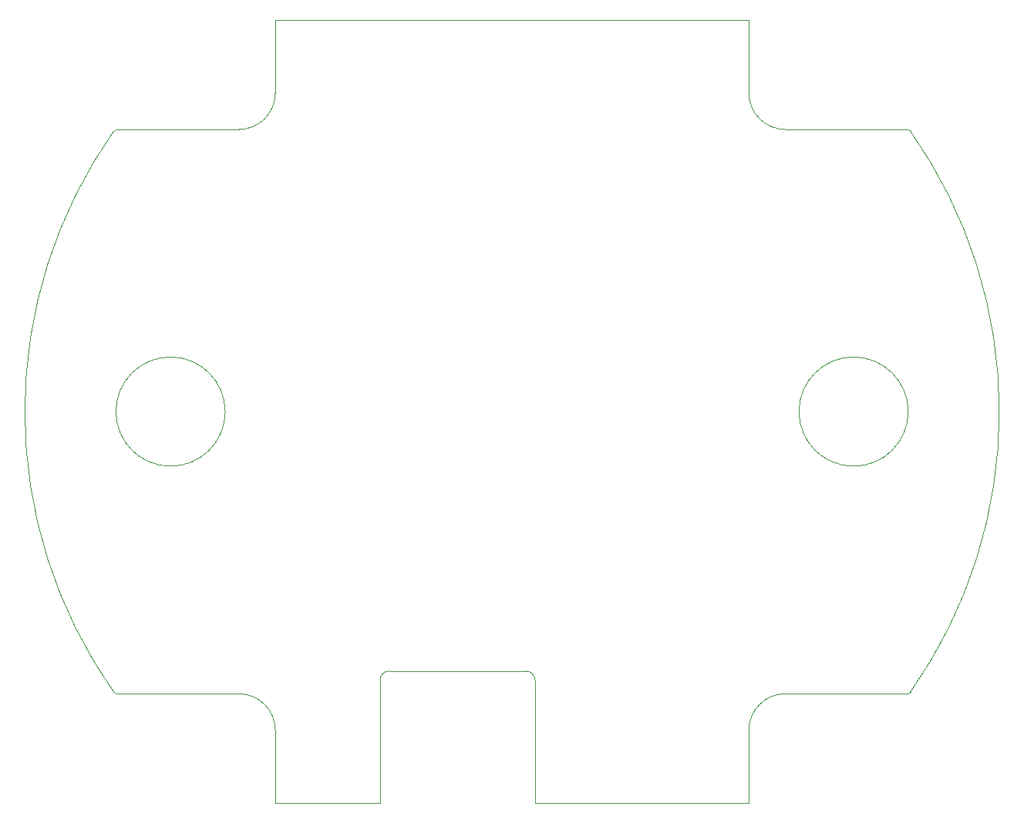
<source format=gm1>
%TF.GenerationSoftware,KiCad,Pcbnew,(5.99.0-2407-g46ade4960)*%
%TF.CreationDate,2020-08-08T20:05:26+03:00*%
%TF.ProjectId,gateway-expansion-a1,67617465-7761-4792-9d65-7870616e7369,rev?*%
%TF.SameCoordinates,Original*%
%TF.FileFunction,Profile,NP*%
%FSLAX46Y46*%
G04 Gerber Fmt 4.6, Leading zero omitted, Abs format (unit mm)*
G04 Created by KiCad (PCBNEW (5.99.0-2407-g46ade4960)) date 2020-08-08 20:05:26*
%MOMM*%
%LPD*%
G01*
G04 APERTURE LIST*
%TA.AperFunction,Profile*%
%ADD10C,0.100000*%
%TD*%
G04 APERTURE END LIST*
D10*
X193729954Y-69178886D02*
G75*
G02*
X203500000Y-100000000I-43729954J-30821114D01*
G01*
X152500000Y-143000000D02*
X176000000Y-143000000D01*
X120000001Y-131000001D02*
X106500000Y-131000000D01*
X193729954Y-130821114D02*
G75*
G03*
X203500000Y-100000000I-43729954J30821114D01*
G01*
X152500000Y-129500000D02*
G75*
G03*
X151500000Y-128500000I-1000000J0D01*
G01*
X152500000Y-129500000D02*
X152500000Y-143000000D01*
X176000000Y-135000000D02*
X176000000Y-143000000D01*
X193729954Y-69178886D02*
X193500001Y-68999999D01*
X193500000Y-100000000D02*
G75*
G03*
X193500000Y-100000000I-6000000J0D01*
G01*
X123999997Y-134999999D02*
G75*
G03*
X120000001Y-131000001I-3999997J1D01*
G01*
X124000000Y-57000000D02*
X176000000Y-57000000D01*
X135500000Y-143000000D02*
X135500000Y-129500000D01*
X124000000Y-65000000D02*
X124000000Y-57000000D01*
X136500000Y-128500000D02*
X151500000Y-128500000D01*
X179999999Y-131000001D02*
X193500000Y-131000000D01*
X180000000Y-69000000D02*
X193500001Y-68999999D01*
X106270046Y-130821114D02*
G75*
G02*
X96500000Y-100000000I43729954J30821114D01*
G01*
X106270045Y-69178887D02*
X106500000Y-69000000D01*
X124000000Y-65000000D02*
G75*
G02*
X120000000Y-69000000I-4000000J0D01*
G01*
X193729954Y-130821114D02*
X193500000Y-131000000D01*
X118500000Y-100000000D02*
G75*
G03*
X118500000Y-100000000I-6000000J0D01*
G01*
X124000000Y-135000000D02*
X124000000Y-143000000D01*
X176000000Y-65000000D02*
X176000000Y-57000000D01*
X106270045Y-69178887D02*
G75*
G03*
X96500000Y-100000000I43729955J-30821113D01*
G01*
X120000000Y-69000000D02*
X106500000Y-69000000D01*
X135500000Y-143000000D02*
X124000000Y-143000000D01*
X136500000Y-128500000D02*
G75*
G03*
X135500000Y-129500000I0J-1000000D01*
G01*
X176000003Y-134999999D02*
G75*
G02*
X179999999Y-131000001I3999997J1D01*
G01*
X106270046Y-130821114D02*
X106500000Y-131000000D01*
X176000002Y-65000000D02*
G75*
G03*
X180000000Y-69000000I3999999J-1D01*
G01*
M02*

</source>
